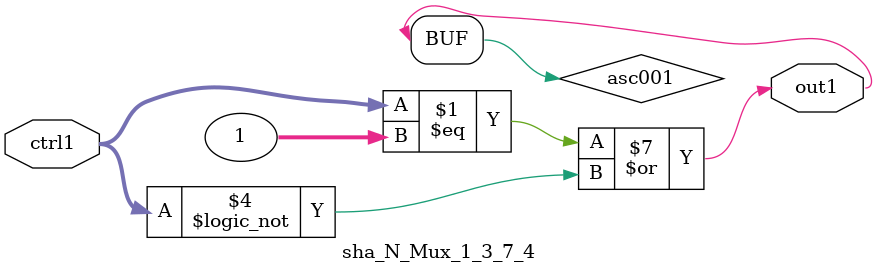
<source format=v>
`timescale 1ps / 1ps
/*****************************************************************************
    Verilog RTL Description
    
    Generated at: 15:36:27 EST (-0500), Wednesday 04 March 2020
    Generated on: socp04
    Generated by: yl4337 ()
    
    Created by: Stratus DpOpt 2017.1.02 
    Copyright (c) 2014-2015 Cadence Design Systems. All rights reserved worldwide.
    
    Cadence Design Systems proprietary and confidential
    ===================================================
    
    May contain information that incorporates Cadence Design Systems CellMath
    and other inventions claimed in Pending U.S. Patents.
    
    May contain Cadence Design Systems Trade Secrets of which use, disclosure or
    reproduction is contractually restricted or prohibited.  For more
    information, contact your legal department before any use, disclosure or
    reproduction.
*******************************************************************************/

module sha_N_Mux_1_3_7_4 (
	ctrl1,
	out1
	); /* architecture "behavioural" */ 
input [31:0] ctrl1;
output  out1;
wire  asc001;

assign asc001 = 
	-{ctrl1 == 32'B00000000000000000000000000000001} & 1'B1 |
	-{ctrl1 == 32'B00000000000000000000000000000000} & 1'B1 |
	-{ctrl1[1] == 1'B1} & 1'B0 |
	-{ctrl1[2] == 1'B1} & 1'B0 |
	-{ctrl1[3] == 1'B1} & 1'B0 |
	-{ctrl1[4] == 1'B1} & 1'B0 |
	-{ctrl1[5] == 1'B1} & 1'B0 |
	-{ctrl1[6] == 1'B1} & 1'B0 |
	-{ctrl1[7] == 1'B1} & 1'B0 |
	-{ctrl1[8] == 1'B1} & 1'B0 |
	-{ctrl1[9] == 1'B1} & 1'B0 |
	-{ctrl1[10] == 1'B1} & 1'B0 |
	-{ctrl1[11] == 1'B1} & 1'B0 |
	-{ctrl1[12] == 1'B1} & 1'B0 |
	-{ctrl1[13] == 1'B1} & 1'B0 |
	-{ctrl1[14] == 1'B1} & 1'B0 |
	-{ctrl1[15] == 1'B1} & 1'B0 |
	-{ctrl1[16] == 1'B1} & 1'B0 |
	-{ctrl1[17] == 1'B1} & 1'B0 |
	-{ctrl1[18] == 1'B1} & 1'B0 |
	-{ctrl1[19] == 1'B1} & 1'B0 |
	-{ctrl1[20] == 1'B1} & 1'B0 |
	-{ctrl1[21] == 1'B1} & 1'B0 |
	-{ctrl1[22] == 1'B1} & 1'B0 |
	-{ctrl1[23] == 1'B1} & 1'B0 |
	-{ctrl1[24] == 1'B1} & 1'B0 |
	-{ctrl1[25] == 1'B1} & 1'B0 |
	-{ctrl1[26] == 1'B1} & 1'B0 |
	-{ctrl1[27] == 1'B1} & 1'B0 |
	-{ctrl1[28] == 1'B1} & 1'B0 |
	-{ctrl1[29] == 1'B1} & 1'B0 |
	-{ctrl1[30] == 1'B1} & 1'B0 |
	-{ctrl1[31] == 1'B1} & 1'B0 ;

assign out1 = asc001;
endmodule

/* CADENCE  urLxSQHa : u9/ySgnYtBlWxVDRUQkU4ug= ** DO NOT EDIT THIS LINE ******/



</source>
